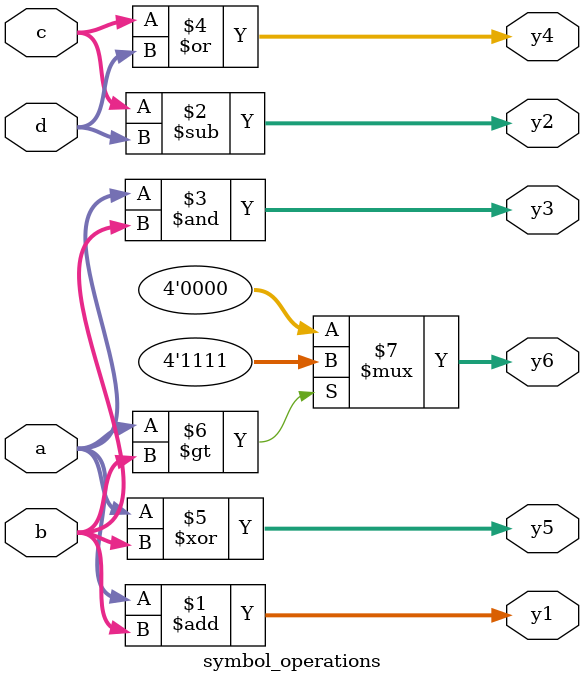
<source format=v>
module symbol_operations(
    a,
    b,
    c,
    d,
    y1,
    y2,
    y3,
    y4,
    y5,
    y6
);
    input [3:0] a;
    input [3:0] b;
    input [3:0] c;
    input [3:0] d;
    output [3:0] y1;
    output [3:0] y2;
    output [3:0] y3;
    output [3:0] y4;
    output [3:0] y5;
    output [3:0] y6;
    
    // 算术运算
    assign y1 = a + b;    // 加法
    assign y2 = c - d;    // 减法
    
    // 逻辑运算
    assign y3 = a & b;    // 按位与
    assign y4 = c | d;    // 按位或
    assign y5 = a ^ b;    // 按位异或
    
    // 比较运算
    assign y6 = (a > b) ? 4'b1111 : 4'b0000;  // 大于比较

endmodule 
</source>
